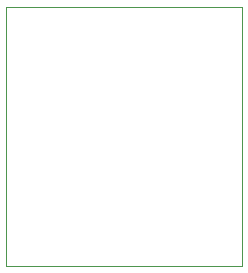
<source format=gm1>
G04*
G04 #@! TF.GenerationSoftware,Altium Limited,Altium Designer,20.0.14 (345)*
G04*
G04 Layer_Color=16711935*
%FSLAX25Y25*%
%MOIN*%
G70*
G01*
G75*
%ADD47C,0.00000*%
D47*
X-39370Y-39370D02*
X39370D01*
X-39370Y47244D02*
X39370D01*
X-39370Y-39370D02*
Y47244D01*
X39370Y-39370D02*
Y47244D01*
M02*

</source>
